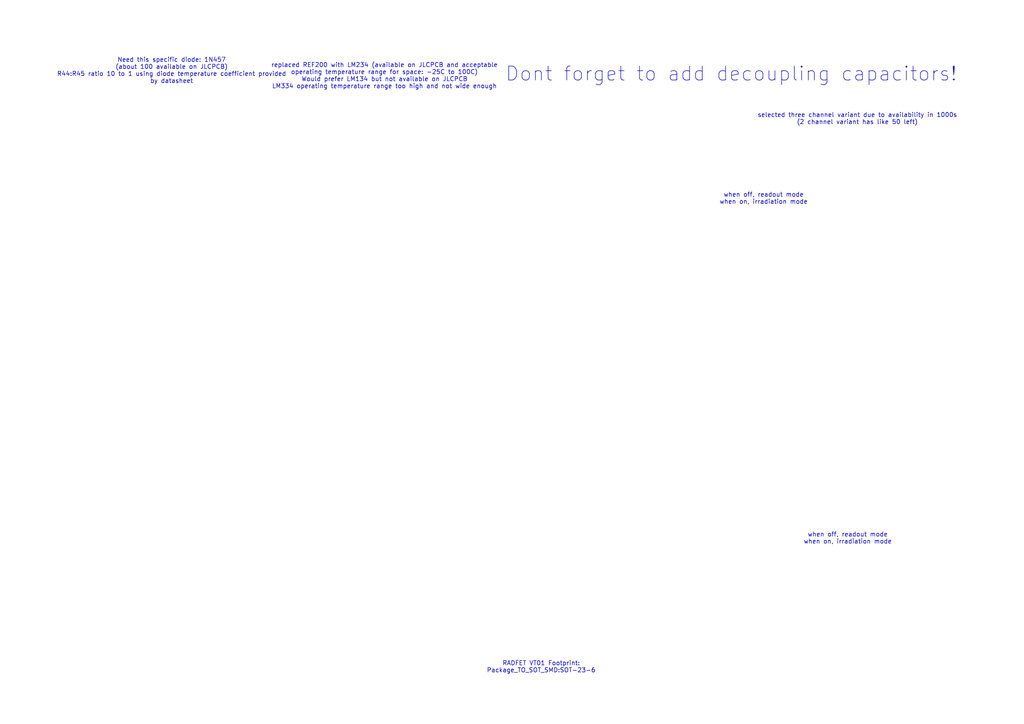
<source format=kicad_sch>
(kicad_sch
	(version 20250114)
	(generator "eeschema")
	(generator_version "9.0")
	(uuid "0d823a8b-e951-420b-9d42-66d977227f44")
	(paper "A4")
	(lib_symbols)
	(text "selected three channel variant due to availability in 1000s\n(2 channel variant has like 50 left)"
		(exclude_from_sim no)
		(at 248.666 34.544 0)
		(effects
			(font
				(size 1.27 1.27)
			)
		)
		(uuid "4c779546-e49d-4eb1-9cfc-46c8448c82b7")
	)
	(text "replaced REF200 with LM234 (available on JLCPCB and acceptable\noperating temperature range for space: -25C to 100C)\nWould prefer LM134 but not available on JLCPCB\nLM334 operating temperature range too high and not wide enough"
		(exclude_from_sim no)
		(at 111.506 22.098 0)
		(effects
			(font
				(size 1.27 1.27)
			)
		)
		(uuid "69bf6223-5023-47ec-979d-68ca93e827b3")
	)
	(text "Dont forget to add decoupling capacitors!"
		(exclude_from_sim no)
		(at 212.09 21.59 0)
		(effects
			(font
				(size 4.064 4.064)
			)
		)
		(uuid "a514a5e6-1f52-452e-ac83-518225786995")
	)
	(text "when off, readout mode\nwhen on, irradiation mode"
		(exclude_from_sim no)
		(at 221.488 57.658 0)
		(effects
			(font
				(size 1.27 1.27)
			)
		)
		(uuid "a52e3c58-f3a5-4be4-a0a8-337df8c645c6")
	)
	(text "RADFET VT01 Footprint:\nPackage_TO_SOT_SMD:SOT-23-6"
		(exclude_from_sim no)
		(at 156.972 193.548 0)
		(effects
			(font
				(size 1.27 1.27)
			)
		)
		(uuid "df3e988c-7035-43ca-ac86-eac8e18ec37c")
	)
	(text "when off, readout mode\nwhen on, irradiation mode"
		(exclude_from_sim no)
		(at 245.872 156.21 0)
		(effects
			(font
				(size 1.27 1.27)
			)
		)
		(uuid "e9a6fd11-702f-4a77-b32e-38770fe2d0c0")
	)
	(text "Need this specific diode: 1N457\n(about 100 available on JLCPCB)\nR44:R45 ratio 10 to 1 using diode temperature coefficient provided\nby datasheet"
		(exclude_from_sim no)
		(at 49.784 20.574 0)
		(effects
			(font
				(size 1.27 1.27)
			)
		)
		(uuid "ed9416ac-23fb-4424-bc1a-30fa84963034")
	)
)

</source>
